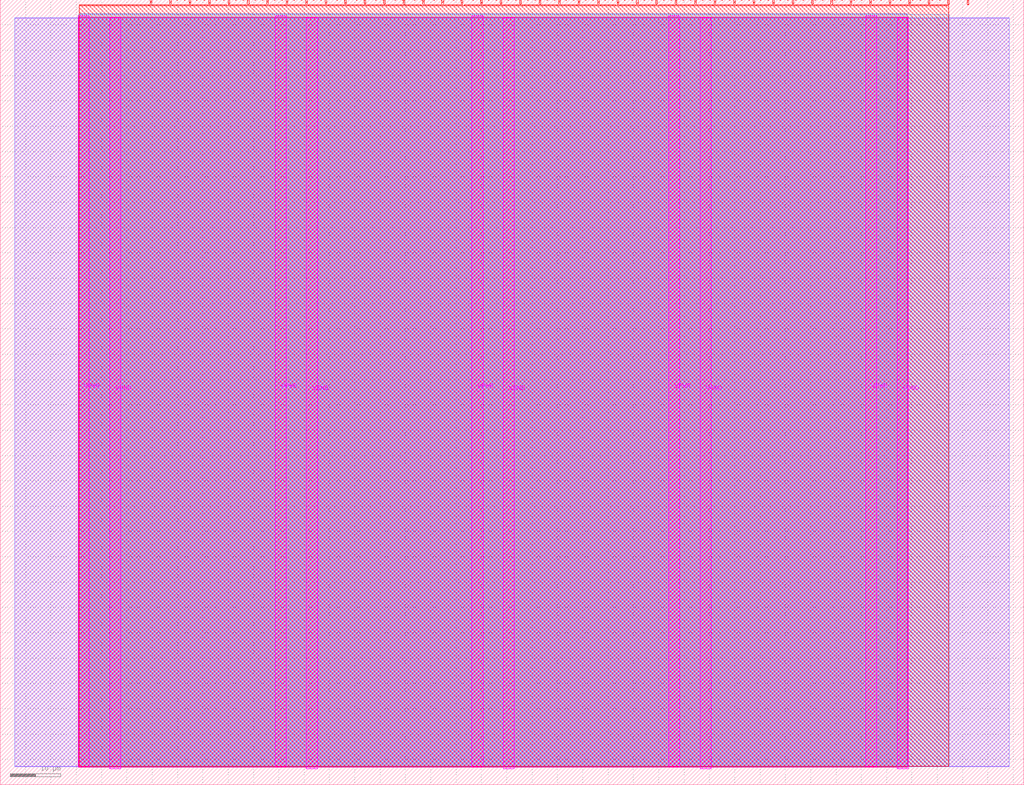
<source format=lef>
VERSION 5.7 ;
  NOWIREEXTENSIONATPIN ON ;
  DIVIDERCHAR "/" ;
  BUSBITCHARS "[]" ;
MACRO tt_um_wokwi_456575660696482817
  CLASS BLOCK ;
  FOREIGN tt_um_wokwi_456575660696482817 ;
  ORIGIN 0.000 0.000 ;
  SIZE 202.080 BY 154.980 ;
  PIN VGND
    DIRECTION INOUT ;
    USE GROUND ;
    PORT
      LAYER TopMetal1 ;
        RECT 21.580 3.150 23.780 151.420 ;
    END
    PORT
      LAYER TopMetal1 ;
        RECT 60.450 3.150 62.650 151.420 ;
    END
    PORT
      LAYER TopMetal1 ;
        RECT 99.320 3.150 101.520 151.420 ;
    END
    PORT
      LAYER TopMetal1 ;
        RECT 138.190 3.150 140.390 151.420 ;
    END
    PORT
      LAYER TopMetal1 ;
        RECT 177.060 3.150 179.260 151.420 ;
    END
  END VGND
  PIN VPWR
    DIRECTION INOUT ;
    USE POWER ;
    PORT
      LAYER TopMetal1 ;
        RECT 15.380 3.560 17.580 151.830 ;
    END
    PORT
      LAYER TopMetal1 ;
        RECT 54.250 3.560 56.450 151.830 ;
    END
    PORT
      LAYER TopMetal1 ;
        RECT 93.120 3.560 95.320 151.830 ;
    END
    PORT
      LAYER TopMetal1 ;
        RECT 131.990 3.560 134.190 151.830 ;
    END
    PORT
      LAYER TopMetal1 ;
        RECT 170.860 3.560 173.060 151.830 ;
    END
  END VPWR
  PIN clk
    DIRECTION INPUT ;
    USE SIGNAL ;
    ANTENNAGATEAREA 0.725400 ;
    PORT
      LAYER Metal4 ;
        RECT 187.050 153.980 187.350 154.980 ;
    END
  END clk
  PIN ena
    DIRECTION INPUT ;
    USE SIGNAL ;
    PORT
      LAYER Metal4 ;
        RECT 190.890 153.980 191.190 154.980 ;
    END
  END ena
  PIN rst_n
    DIRECTION INPUT ;
    USE SIGNAL ;
    PORT
      LAYER Metal4 ;
        RECT 183.210 153.980 183.510 154.980 ;
    END
  END rst_n
  PIN ui_in[0]
    DIRECTION INPUT ;
    USE SIGNAL ;
    PORT
      LAYER Metal4 ;
        RECT 179.370 153.980 179.670 154.980 ;
    END
  END ui_in[0]
  PIN ui_in[1]
    DIRECTION INPUT ;
    USE SIGNAL ;
    PORT
      LAYER Metal4 ;
        RECT 175.530 153.980 175.830 154.980 ;
    END
  END ui_in[1]
  PIN ui_in[2]
    DIRECTION INPUT ;
    USE SIGNAL ;
    PORT
      LAYER Metal4 ;
        RECT 171.690 153.980 171.990 154.980 ;
    END
  END ui_in[2]
  PIN ui_in[3]
    DIRECTION INPUT ;
    USE SIGNAL ;
    PORT
      LAYER Metal4 ;
        RECT 167.850 153.980 168.150 154.980 ;
    END
  END ui_in[3]
  PIN ui_in[4]
    DIRECTION INPUT ;
    USE SIGNAL ;
    PORT
      LAYER Metal4 ;
        RECT 164.010 153.980 164.310 154.980 ;
    END
  END ui_in[4]
  PIN ui_in[5]
    DIRECTION INPUT ;
    USE SIGNAL ;
    PORT
      LAYER Metal4 ;
        RECT 160.170 153.980 160.470 154.980 ;
    END
  END ui_in[5]
  PIN ui_in[6]
    DIRECTION INPUT ;
    USE SIGNAL ;
    PORT
      LAYER Metal4 ;
        RECT 156.330 153.980 156.630 154.980 ;
    END
  END ui_in[6]
  PIN ui_in[7]
    DIRECTION INPUT ;
    USE SIGNAL ;
    PORT
      LAYER Metal4 ;
        RECT 152.490 153.980 152.790 154.980 ;
    END
  END ui_in[7]
  PIN uio_in[0]
    DIRECTION INPUT ;
    USE SIGNAL ;
    PORT
      LAYER Metal4 ;
        RECT 148.650 153.980 148.950 154.980 ;
    END
  END uio_in[0]
  PIN uio_in[1]
    DIRECTION INPUT ;
    USE SIGNAL ;
    PORT
      LAYER Metal4 ;
        RECT 144.810 153.980 145.110 154.980 ;
    END
  END uio_in[1]
  PIN uio_in[2]
    DIRECTION INPUT ;
    USE SIGNAL ;
    PORT
      LAYER Metal4 ;
        RECT 140.970 153.980 141.270 154.980 ;
    END
  END uio_in[2]
  PIN uio_in[3]
    DIRECTION INPUT ;
    USE SIGNAL ;
    PORT
      LAYER Metal4 ;
        RECT 137.130 153.980 137.430 154.980 ;
    END
  END uio_in[3]
  PIN uio_in[4]
    DIRECTION INPUT ;
    USE SIGNAL ;
    PORT
      LAYER Metal4 ;
        RECT 133.290 153.980 133.590 154.980 ;
    END
  END uio_in[4]
  PIN uio_in[5]
    DIRECTION INPUT ;
    USE SIGNAL ;
    PORT
      LAYER Metal4 ;
        RECT 129.450 153.980 129.750 154.980 ;
    END
  END uio_in[5]
  PIN uio_in[6]
    DIRECTION INPUT ;
    USE SIGNAL ;
    PORT
      LAYER Metal4 ;
        RECT 125.610 153.980 125.910 154.980 ;
    END
  END uio_in[6]
  PIN uio_in[7]
    DIRECTION INPUT ;
    USE SIGNAL ;
    PORT
      LAYER Metal4 ;
        RECT 121.770 153.980 122.070 154.980 ;
    END
  END uio_in[7]
  PIN uio_oe[0]
    DIRECTION OUTPUT ;
    USE SIGNAL ;
    ANTENNADIFFAREA 0.299200 ;
    PORT
      LAYER Metal4 ;
        RECT 56.490 153.980 56.790 154.980 ;
    END
  END uio_oe[0]
  PIN uio_oe[1]
    DIRECTION OUTPUT ;
    USE SIGNAL ;
    ANTENNADIFFAREA 0.299200 ;
    PORT
      LAYER Metal4 ;
        RECT 52.650 153.980 52.950 154.980 ;
    END
  END uio_oe[1]
  PIN uio_oe[2]
    DIRECTION OUTPUT ;
    USE SIGNAL ;
    ANTENNADIFFAREA 0.299200 ;
    PORT
      LAYER Metal4 ;
        RECT 48.810 153.980 49.110 154.980 ;
    END
  END uio_oe[2]
  PIN uio_oe[3]
    DIRECTION OUTPUT ;
    USE SIGNAL ;
    ANTENNADIFFAREA 0.299200 ;
    PORT
      LAYER Metal4 ;
        RECT 44.970 153.980 45.270 154.980 ;
    END
  END uio_oe[3]
  PIN uio_oe[4]
    DIRECTION OUTPUT ;
    USE SIGNAL ;
    ANTENNADIFFAREA 0.299200 ;
    PORT
      LAYER Metal4 ;
        RECT 41.130 153.980 41.430 154.980 ;
    END
  END uio_oe[4]
  PIN uio_oe[5]
    DIRECTION OUTPUT ;
    USE SIGNAL ;
    ANTENNADIFFAREA 0.299200 ;
    PORT
      LAYER Metal4 ;
        RECT 37.290 153.980 37.590 154.980 ;
    END
  END uio_oe[5]
  PIN uio_oe[6]
    DIRECTION OUTPUT ;
    USE SIGNAL ;
    ANTENNADIFFAREA 0.299200 ;
    PORT
      LAYER Metal4 ;
        RECT 33.450 153.980 33.750 154.980 ;
    END
  END uio_oe[6]
  PIN uio_oe[7]
    DIRECTION OUTPUT ;
    USE SIGNAL ;
    ANTENNADIFFAREA 0.299200 ;
    PORT
      LAYER Metal4 ;
        RECT 29.610 153.980 29.910 154.980 ;
    END
  END uio_oe[7]
  PIN uio_out[0]
    DIRECTION OUTPUT ;
    USE SIGNAL ;
    ANTENNADIFFAREA 0.299200 ;
    PORT
      LAYER Metal4 ;
        RECT 87.210 153.980 87.510 154.980 ;
    END
  END uio_out[0]
  PIN uio_out[1]
    DIRECTION OUTPUT ;
    USE SIGNAL ;
    ANTENNADIFFAREA 0.299200 ;
    PORT
      LAYER Metal4 ;
        RECT 83.370 153.980 83.670 154.980 ;
    END
  END uio_out[1]
  PIN uio_out[2]
    DIRECTION OUTPUT ;
    USE SIGNAL ;
    ANTENNADIFFAREA 0.299200 ;
    PORT
      LAYER Metal4 ;
        RECT 79.530 153.980 79.830 154.980 ;
    END
  END uio_out[2]
  PIN uio_out[3]
    DIRECTION OUTPUT ;
    USE SIGNAL ;
    ANTENNADIFFAREA 0.299200 ;
    PORT
      LAYER Metal4 ;
        RECT 75.690 153.980 75.990 154.980 ;
    END
  END uio_out[3]
  PIN uio_out[4]
    DIRECTION OUTPUT ;
    USE SIGNAL ;
    ANTENNADIFFAREA 0.299200 ;
    PORT
      LAYER Metal4 ;
        RECT 71.850 153.980 72.150 154.980 ;
    END
  END uio_out[4]
  PIN uio_out[5]
    DIRECTION OUTPUT ;
    USE SIGNAL ;
    ANTENNADIFFAREA 0.299200 ;
    PORT
      LAYER Metal4 ;
        RECT 68.010 153.980 68.310 154.980 ;
    END
  END uio_out[5]
  PIN uio_out[6]
    DIRECTION OUTPUT ;
    USE SIGNAL ;
    ANTENNADIFFAREA 0.299200 ;
    PORT
      LAYER Metal4 ;
        RECT 64.170 153.980 64.470 154.980 ;
    END
  END uio_out[6]
  PIN uio_out[7]
    DIRECTION OUTPUT ;
    USE SIGNAL ;
    ANTENNADIFFAREA 0.299200 ;
    PORT
      LAYER Metal4 ;
        RECT 60.330 153.980 60.630 154.980 ;
    END
  END uio_out[7]
  PIN uo_out[0]
    DIRECTION OUTPUT ;
    USE SIGNAL ;
    ANTENNADIFFAREA 0.708600 ;
    PORT
      LAYER Metal4 ;
        RECT 117.930 153.980 118.230 154.980 ;
    END
  END uo_out[0]
  PIN uo_out[1]
    DIRECTION OUTPUT ;
    USE SIGNAL ;
    ANTENNADIFFAREA 0.708600 ;
    PORT
      LAYER Metal4 ;
        RECT 114.090 153.980 114.390 154.980 ;
    END
  END uo_out[1]
  PIN uo_out[2]
    DIRECTION OUTPUT ;
    USE SIGNAL ;
    ANTENNADIFFAREA 0.708600 ;
    PORT
      LAYER Metal4 ;
        RECT 110.250 153.980 110.550 154.980 ;
    END
  END uo_out[2]
  PIN uo_out[3]
    DIRECTION OUTPUT ;
    USE SIGNAL ;
    ANTENNADIFFAREA 0.708600 ;
    PORT
      LAYER Metal4 ;
        RECT 106.410 153.980 106.710 154.980 ;
    END
  END uo_out[3]
  PIN uo_out[4]
    DIRECTION OUTPUT ;
    USE SIGNAL ;
    ANTENNADIFFAREA 0.299200 ;
    PORT
      LAYER Metal4 ;
        RECT 102.570 153.980 102.870 154.980 ;
    END
  END uo_out[4]
  PIN uo_out[5]
    DIRECTION OUTPUT ;
    USE SIGNAL ;
    ANTENNADIFFAREA 0.299200 ;
    PORT
      LAYER Metal4 ;
        RECT 98.730 153.980 99.030 154.980 ;
    END
  END uo_out[5]
  PIN uo_out[6]
    DIRECTION OUTPUT ;
    USE SIGNAL ;
    ANTENNADIFFAREA 0.299200 ;
    PORT
      LAYER Metal4 ;
        RECT 94.890 153.980 95.190 154.980 ;
    END
  END uo_out[6]
  PIN uo_out[7]
    DIRECTION OUTPUT ;
    USE SIGNAL ;
    ANTENNADIFFAREA 0.299200 ;
    PORT
      LAYER Metal4 ;
        RECT 91.050 153.980 91.350 154.980 ;
    END
  END uo_out[7]
  OBS
      LAYER GatPoly ;
        RECT 2.880 3.630 199.200 151.350 ;
      LAYER Metal1 ;
        RECT 2.880 3.560 199.200 151.420 ;
      LAYER Metal2 ;
        RECT 15.560 3.635 179.080 152.185 ;
      LAYER Metal3 ;
        RECT 15.515 3.680 187.345 152.145 ;
      LAYER Metal4 ;
        RECT 15.560 153.770 29.400 153.980 ;
        RECT 30.120 153.770 33.240 153.980 ;
        RECT 33.960 153.770 37.080 153.980 ;
        RECT 37.800 153.770 40.920 153.980 ;
        RECT 41.640 153.770 44.760 153.980 ;
        RECT 45.480 153.770 48.600 153.980 ;
        RECT 49.320 153.770 52.440 153.980 ;
        RECT 53.160 153.770 56.280 153.980 ;
        RECT 57.000 153.770 60.120 153.980 ;
        RECT 60.840 153.770 63.960 153.980 ;
        RECT 64.680 153.770 67.800 153.980 ;
        RECT 68.520 153.770 71.640 153.980 ;
        RECT 72.360 153.770 75.480 153.980 ;
        RECT 76.200 153.770 79.320 153.980 ;
        RECT 80.040 153.770 83.160 153.980 ;
        RECT 83.880 153.770 87.000 153.980 ;
        RECT 87.720 153.770 90.840 153.980 ;
        RECT 91.560 153.770 94.680 153.980 ;
        RECT 95.400 153.770 98.520 153.980 ;
        RECT 99.240 153.770 102.360 153.980 ;
        RECT 103.080 153.770 106.200 153.980 ;
        RECT 106.920 153.770 110.040 153.980 ;
        RECT 110.760 153.770 113.880 153.980 ;
        RECT 114.600 153.770 117.720 153.980 ;
        RECT 118.440 153.770 121.560 153.980 ;
        RECT 122.280 153.770 125.400 153.980 ;
        RECT 126.120 153.770 129.240 153.980 ;
        RECT 129.960 153.770 133.080 153.980 ;
        RECT 133.800 153.770 136.920 153.980 ;
        RECT 137.640 153.770 140.760 153.980 ;
        RECT 141.480 153.770 144.600 153.980 ;
        RECT 145.320 153.770 148.440 153.980 ;
        RECT 149.160 153.770 152.280 153.980 ;
        RECT 153.000 153.770 156.120 153.980 ;
        RECT 156.840 153.770 159.960 153.980 ;
        RECT 160.680 153.770 163.800 153.980 ;
        RECT 164.520 153.770 167.640 153.980 ;
        RECT 168.360 153.770 171.480 153.980 ;
        RECT 172.200 153.770 175.320 153.980 ;
        RECT 176.040 153.770 179.160 153.980 ;
        RECT 179.880 153.770 183.000 153.980 ;
        RECT 183.720 153.770 186.840 153.980 ;
        RECT 15.560 3.635 187.300 153.770 ;
      LAYER Metal5 ;
        RECT 15.515 3.470 179.125 151.510 ;
  END
END tt_um_wokwi_456575660696482817
END LIBRARY


</source>
